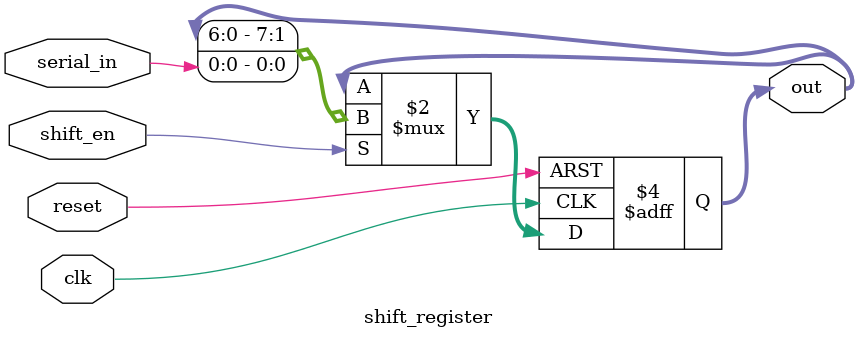
<source format=v>
module shift_register (
    input clk, reset, shift_en, serial_in,
    output reg [7:0] out
);
    always @(posedge clk or posedge reset) begin
        if (reset)
            out <= 8'b00000000;
        else if (shift_en)
            out <= {out[6:0], serial_in};
    end
endmodule

</source>
